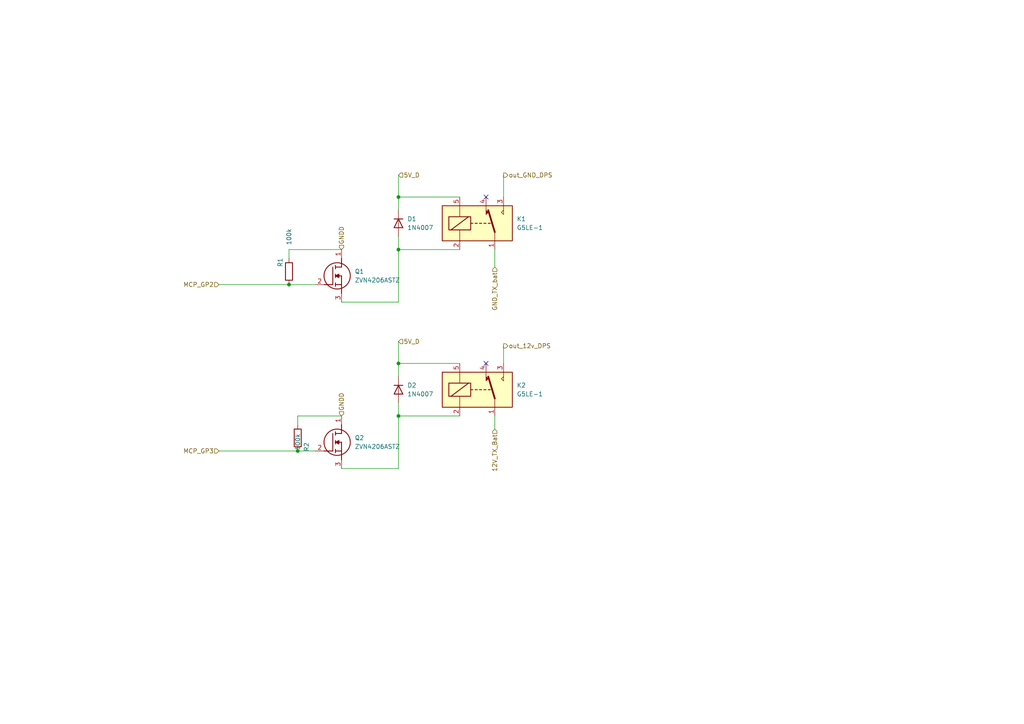
<source format=kicad_sch>
(kicad_sch (version 20230121) (generator eeschema)
  (paper "A4")
  (title_block (title "Relay_switch_dsp"))
  (lib_symbols
    (symbol "Device:R" (pin_numbers hide) (pin_names (offset 0))
      (property "Reference" "R" (at 2.032 0 90))
      (property "Value" "R" (at 0 0 90))
      (symbol "R_0_1"
        (rectangle (start -1.016 -2.54) (end 1.016 2.54) (stroke (width 0.254)))
      )
      (symbol "R_1_1"
        (pin passive line (at 0 3.81 270) (length 1.27) (name "~") (number "1"))
        (pin passive line (at 0 -3.81 90) (length 1.27) (name "~") (number "2"))
      )
    )
    (symbol "Diode:1N4001" (pin_numbers hide) (pin_names hide)
      (property "Reference" "D" (at 0 2.54 0))
      (property "Value" "1N4001" (at 0 -2.54 0))
      (symbol "1N4001_0_1"
        (polyline (pts (xy -1.27 1.27) (xy -1.27 -1.27)) (stroke (width 0.254)))
        (polyline (pts (xy 1.27 0) (xy -1.27 0)))
        (polyline (pts (xy 1.27 1.27) (xy 1.27 -1.27) (xy -1.27 0) (xy 1.27 1.27)) (stroke (width 0.254)))
      )
      (symbol "1N4001_1_1"
        (pin passive line (at -3.81 0 0) (length 2.54) (name "K") (number "1"))
        (pin passive line (at 3.81 0 180) (length 2.54) (name "A") (number "2"))
      )
    )
    (symbol "Relay:G5LE-1"
      (property "Reference" "K" (at 11.43 3.81 0))
      (property "Value" "G5LE-1" (at 11.43 1.27 0))
      (symbol "G5LE-1_0_0"
        (polyline (pts (xy 7.62 5.08) (xy 7.62 2.54) (xy 6.985 3.175) (xy 7.62 3.81)))
      )
      (symbol "G5LE-1_0_1"
        (rectangle (start -10.16 5.08) (end 10.16 -5.08) (stroke (width 0.254)) (fill (type background)))
        (rectangle (start -8.255 1.905) (end -1.905 -1.905) (stroke (width 0.254)))
        (polyline (pts (xy -7.62 -1.905) (xy -2.54 1.905)) (stroke (width 0.254)))
        (polyline (pts (xy -5.08 -5.08) (xy -5.08 -1.905)))
        (polyline (pts (xy -5.08 5.08) (xy -5.08 1.905)))
        (polyline (pts (xy -1.905 0) (xy -1.27 0)) (stroke (width 0.254)))
        (polyline (pts (xy -0.635 0) (xy 0 0)) (stroke (width 0.254)))
        (polyline (pts (xy 0.635 0) (xy 1.27 0)) (stroke (width 0.254)))
        (polyline (pts (xy 1.905 0) (xy 2.54 0)) (stroke (width 0.254)))
        (polyline (pts (xy 3.175 0) (xy 3.81 0)) (stroke (width 0.254)))
        (polyline (pts (xy 5.08 -2.54) (xy 3.175 3.81)) (stroke (width 0.508)))
        (polyline (pts (xy 5.08 -2.54) (xy 5.08 -5.08)))
        (polyline (pts (xy 2.54 5.08) (xy 2.54 2.54) (xy 3.175 3.175) (xy 2.54 3.81)) (fill (type outline)))
      )
      (symbol "G5LE-1_1_1"
        (pin passive line (at 5.08 -7.62 90) (length 2.54) (name "~") (number "1"))
        (pin passive line (at -5.08 -7.62 90) (length 2.54) (name "~") (number "2"))
        (pin passive line (at 7.62 7.62 270) (length 2.54) (name "~") (number "3"))
        (pin passive line (at 2.54 7.62 270) (length 2.54) (name "~") (number "4"))
        (pin passive line (at -5.08 7.62 270) (length 2.54) (name "~") (number "5"))
      )
    )
    (symbol "ZVN4206ASTZ:ZVN4206ASTZ" (pin_names hide)
      (property "Reference" "Q" (at 11.43 3.81 0))
      (property "Value" "ZVN4206ASTZ" (at 11.43 1.27 0))
      (symbol "ZVN4206ASTZ_1_1"
        (polyline (pts (xy 2.54 0) (xy 5.08 0)) (stroke (width 0.254)))
        (polyline (pts (xy 5.08 5.08) (xy 5.08 0)) (stroke (width 0.254)))
        (polyline (pts (xy 5.842 -0.508) (xy 5.842 0.508)) (stroke (width 0.254)))
        (polyline (pts (xy 5.842 0) (xy 7.62 0)) (stroke (width 0.254)))
        (polyline (pts (xy 5.842 2.032) (xy 5.842 3.048)) (stroke (width 0.254)))
        (polyline (pts (xy 5.842 5.588) (xy 5.842 4.572)) (stroke (width 0.254)))
        (polyline (pts (xy 7.62 2.54) (xy 5.842 2.54)) (stroke (width 0.254)))
        (polyline (pts (xy 7.62 2.54) (xy 7.62 -2.54)) (stroke (width 0.254)))
        (polyline (pts (xy 7.62 5.08) (xy 5.842 5.08)) (stroke (width 0.254)))
        (polyline (pts (xy 7.62 5.08) (xy 7.62 7.62)) (stroke (width 0.254)))
        (polyline (pts (xy 5.842 2.54) (xy 6.858 3.048) (xy 6.858 2.032) (xy 5.842 2.54)) (stroke (width 0.254)) (fill (type outline)))
        (circle (center 6.35 2.54) (radius 3.81) (stroke (width 0.254)))
        (pin passive line (at 7.62 10.16 270) (length 2.54) (name "D") (number "1"))
        (pin passive line (at 0 0 0) (length 2.54) (name "G") (number "2"))
        (pin passive line (at 7.62 -5.08 90) (length 2.54) (name "S") (number "3"))
      )
    )
  )
  (junction (at 115.57 120.65))
  (junction (at 115.57 57.15))
  (junction (at 115.57 105.41))
  (junction (at 83.82 82.55))
  (junction (at 115.57 72.39))
  (junction (at 86.36 130.81))
  (no_connect (at 140.97 57.15))
  (no_connect (at 140.97 105.41))
  (wire (pts (xy 146.05 50.8) (xy 146.05 57.15)))
  (wire (pts (xy 83.82 72.39) (xy 99.06 72.39)))
  (wire (pts (xy 115.57 120.65) (xy 133.35 120.65)))
  (wire (pts (xy 115.57 57.15) (xy 115.57 60.96)))
  (wire (pts (xy 99.06 87.63) (xy 115.57 87.63)))
  (wire (pts (xy 143.51 120.65) (xy 143.51 124.46)))
  (wire (pts (xy 115.57 135.89) (xy 115.57 120.65)))
  (wire (pts (xy 86.36 123.19) (xy 86.36 120.65)))
  (wire (pts (xy 115.57 87.63) (xy 115.57 72.39)))
  (wire (pts (xy 143.51 72.39) (xy 143.51 77.47)))
  (wire (pts (xy 115.57 99.06) (xy 115.57 105.41)))
  (wire (pts (xy 63.5 130.81) (xy 86.36 130.81)))
  (wire (pts (xy 83.82 82.55) (xy 91.44 82.55)))
  (wire (pts (xy 133.35 105.41) (xy 115.57 105.41)))
  (wire (pts (xy 63.5 82.55) (xy 83.82 82.55)))
  (wire (pts (xy 115.57 50.8) (xy 115.57 57.15)))
  (wire (pts (xy 146.05 100.33) (xy 146.05 105.41)))
  (wire (pts (xy 99.06 135.89) (xy 115.57 135.89)))
  (wire (pts (xy 115.57 105.41) (xy 115.57 109.22)))
  (wire (pts (xy 86.36 120.65) (xy 99.06 120.65)))
  (wire (pts (xy 115.57 68.58) (xy 115.57 72.39)))
  (wire (pts (xy 86.36 130.81) (xy 91.44 130.81)))
  (wire (pts (xy 133.35 57.15) (xy 115.57 57.15)))
  (wire (pts (xy 83.82 74.93) (xy 83.82 72.39)))
  (wire (pts (xy 115.57 72.39) (xy 133.35 72.39)))
  (wire (pts (xy 115.57 116.84) (xy 115.57 120.65)))
  (hierarchical_label "out_GND_DPS" (shape output) (at 146.05 50.8 0))
  (hierarchical_label "out_12v_DPS" (shape output) (at 146.05 100.33 0))
  (hierarchical_label "GNDD" (shape input) (at 99.06 120.65 90))
  (hierarchical_label "5V_D" (shape input) (at 115.57 99.06 0))
  (hierarchical_label "12V_TX_Bat" (shape input) (at 143.51 124.46 270))
  (hierarchical_label "5V_D" (shape input) (at 115.57 50.8 0))
  (hierarchical_label "MCP_GP2" (shape input) (at 63.5 82.55 180))
  (hierarchical_label "GND_TX_bat" (shape input) (at 143.51 77.47 270))
  (hierarchical_label "GNDD" (shape input) (at 99.06 72.39 90))
  (hierarchical_label "MCP_GP3" (shape input) (at 63.5 130.81 180))
  (symbol (lib_id "ZVN4206ASTZ:ZVN4206ASTZ") (at 91.44 130.81 0) (unit 1)
    (property "Reference" "Q2" (at 102.87 127 0) (effects (justify left)))
    (property "Value" "ZVN4206ASTZ" (at 102.87 129.54 0) (effects (justify left)))
    (property "Footprint" "Package_TO_SOT_THT:TO-92L_Wide" (effects hide))
    (property "Datasheet" "https://www.diodes.com/assets/Datasheets/ZVN4206A.pdf" (effects hide))
    (property "Description" "Transistor JFET - TO shape - relay activation" (effects hide))
    (property "Height" "4.01" (effects hide))
    (property "Manufacturer_Name" "Diodes Incorporated" (effects hide))
    (property "Manufacturer_Part_Number" "ZVN4206ASTZ" (effects hide))
    (property "Mouser Part Number" "522-ZVN4206ASTZ" (effects hide))
    (property "Mouser Price/Stock" "https://www.mouser.co.uk/ProductDetail/Diodes-Incorporated/ZVN4206ASTZ?qs=OlC7AqGiEDlGIiNe7stL%252BQ%3D%3D" (effects hide))
    (property "Arrow Part Number" "ZVN4206ASTZ" (effects hide))
    (property "Arrow Price/Stock" "https://www.arrow.com/en/products/zvn4206astz/diodes-incorporated?region=nac" (effects hide))
  )
  (symbol (lib_id "Relay:G5LE-1") (at 138.43 64.77 0) (unit 1)
    (property "Reference" "K1" (at 149.86 63.4999 0) (effects (justify left)))
    (property "Value" "G5LE-1" (at 149.86 66.0399 0) (effects (justify left)))
    (property "Footprint" "Relay_THT:Relay_SPDT_Omron-G5LE-1" (effects hide))
    (property "Datasheet" "http://www.omron.com/ecb/products/pdf/en-g5le.pdf" (effects hide))
    (property "Description" "Relay analog 5V power (G5LE-1)" (effects hide))
  )
  (symbol (lib_id "Relay:G5LE-1") (at 138.43 113.03 0) (unit 1)
    (property "Reference" "K2" (at 149.86 111.7599 0) (effects (justify left)))
    (property "Value" "G5LE-1" (at 149.86 114.2999 0) (effects (justify left)))
    (property "Footprint" "Relay_THT:Relay_SPDT_Omron-G5LE-1" (effects hide))
    (property "Datasheet" "http://www.omron.com/ecb/products/pdf/en-g5le.pdf" (effects hide))
    (property "Description" "Relay analog 5V power (G5LE-1)" (effects hide))
  )
  (symbol (lib_id "Diode:1N4001") (at 115.57 113.03 270) (unit 1)
    (property "Reference" "D2" (at 118.11 111.76 90) (effects (justify left)))
    (property "Value" "1N4007" (at 118.11 114.3 90) (effects (justify left)))
    (property "Footprint" "Diode_THT:D_DO-41_SOD81_P10.16mm_Horizontal" (effects hide))
    (property "Datasheet" "http://www.vishay.com/docs/88503/1n4001.pdf" (effects hide))
    (property "Description" "Diode DO41" (effects hide))
    (property "Sim.Device" "D" (effects hide))
    (property "Sim.Pins" "1=K 2=A" (effects hide))
  )
  (symbol (lib_id "ZVN4206ASTZ:ZVN4206ASTZ") (at 91.44 82.55 0) (unit 1)
    (property "Reference" "Q1" (at 102.87 78.74 0) (effects (justify left)))
    (property "Value" "ZVN4206ASTZ" (at 102.87 81.28 0) (effects (justify left)))
    (property "Footprint" "Package_TO_SOT_THT:TO-92L_Wide" (effects hide))
    (property "Datasheet" "https://www.diodes.com/assets/Datasheets/ZVN4206A.pdf" (effects hide))
    (property "Description" "Transistor JFET - TO shape - relay activation" (effects hide))
    (property "Height" "4.01" (effects hide))
    (property "Manufacturer_Name" "Diodes Incorporated" (effects hide))
    (property "Manufacturer_Part_Number" "ZVN4206ASTZ" (effects hide))
    (property "Mouser Part Number" "522-ZVN4206ASTZ" (effects hide))
    (property "Mouser Price/Stock" "https://www.mouser.co.uk/ProductDetail/Diodes-Incorporated/ZVN4206ASTZ?qs=OlC7AqGiEDlGIiNe7stL%252BQ%3D%3D" (effects hide))
    (property "Arrow Part Number" "ZVN4206ASTZ" (effects hide))
    (property "Arrow Price/Stock" "https://www.arrow.com/en/products/zvn4206astz/diodes-incorporated?region=nac" (effects hide))
  )
  (symbol (lib_id "Diode:1N4001") (at 115.57 64.77 270) (unit 1)
    (property "Reference" "D1" (at 118.11 63.5 90) (effects (justify left)))
    (property "Value" "1N4007" (at 118.11 66.04 90) (effects (justify left)))
    (property "Footprint" "Diode_THT:D_DO-41_SOD81_P10.16mm_Horizontal" (effects hide))
    (property "Datasheet" "http://www.vishay.com/docs/88503/1n4001.pdf" (effects hide))
    (property "Description" "Diode DO41" (effects hide))
    (property "Sim.Device" "D" (effects hide))
    (property "Sim.Pins" "1=K 2=A" (effects hide))
  )
  (symbol (lib_id "Device:R") (at 83.82 78.74 0) (unit 1)
    (property "Reference" "R1" (at 81.28 77.47 90) (effects (justify left)))
    (property "Value" "100k" (at 83.82 71.12 90) (effects (justify left)))
    (property "Footprint" "Resistor_THT:R_Axial_DIN0207_L6.3mm_D2.5mm_P7.62mm_Horizontal" (effects hide))
    (property "Description" "100 kohms resistor" (effects hide))
  )
  (symbol (lib_id "Device:R") (at 86.36 127 180) (unit 1)
    (property "Reference" "R2" (at 88.9 128.27 90) (effects (justify left)))
    (property "Value" "100k" (at 86.36 125.73 90) (effects (justify left)))
    (property "Footprint" "Resistor_THT:R_Axial_DIN0207_L6.3mm_D2.5mm_P7.62mm_Horizontal" (effects hide))
    (property "Description" "100 kohms resistor" (effects hide))
  )
)
</source>
